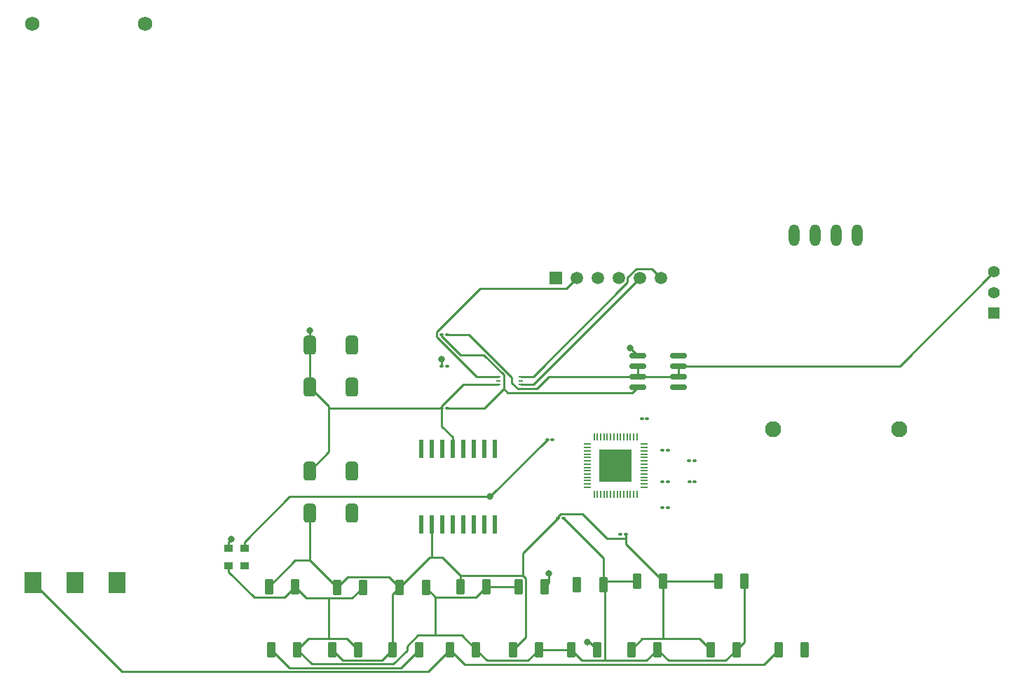
<source format=gbr>
%TF.GenerationSoftware,KiCad,Pcbnew,7.0.7*%
%TF.CreationDate,2024-06-03T23:51:36+07:00*%
%TF.ProjectId,Final Project_Group 4_Electronic Circuit 2,46696e61-6c20-4507-926f-6a6563745f47,rev?*%
%TF.SameCoordinates,Original*%
%TF.FileFunction,Copper,L1,Top*%
%TF.FilePolarity,Positive*%
%FSLAX46Y46*%
G04 Gerber Fmt 4.6, Leading zero omitted, Abs format (unit mm)*
G04 Created by KiCad (PCBNEW 7.0.7) date 2024-06-03 23:51:36*
%MOMM*%
%LPD*%
G01*
G04 APERTURE LIST*
G04 Aperture macros list*
%AMRoundRect*
0 Rectangle with rounded corners*
0 $1 Rounding radius*
0 $2 $3 $4 $5 $6 $7 $8 $9 X,Y pos of 4 corners*
0 Add a 4 corners polygon primitive as box body*
4,1,4,$2,$3,$4,$5,$6,$7,$8,$9,$2,$3,0*
0 Add four circle primitives for the rounded corners*
1,1,$1+$1,$2,$3*
1,1,$1+$1,$4,$5*
1,1,$1+$1,$6,$7*
1,1,$1+$1,$8,$9*
0 Add four rect primitives between the rounded corners*
20,1,$1+$1,$2,$3,$4,$5,0*
20,1,$1+$1,$4,$5,$6,$7,0*
20,1,$1+$1,$6,$7,$8,$9,0*
20,1,$1+$1,$8,$9,$2,$3,0*%
G04 Aperture macros list end*
%TA.AperFunction,SMDPad,CuDef*%
%ADD10R,0.809800X0.220000*%
%TD*%
%TA.AperFunction,SMDPad,CuDef*%
%ADD11R,0.220000X0.809800*%
%TD*%
%TA.AperFunction,SMDPad,CuDef*%
%ADD12R,4.000000X4.000000*%
%TD*%
%TA.AperFunction,SMDPad,CuDef*%
%ADD13RoundRect,0.250000X-0.275000X-0.700000X0.275000X-0.700000X0.275000X0.700000X-0.275000X0.700000X0*%
%TD*%
%TA.AperFunction,SMDPad,CuDef*%
%ADD14RoundRect,0.100000X-0.130000X-0.100000X0.130000X-0.100000X0.130000X0.100000X-0.130000X0.100000X0*%
%TD*%
%TA.AperFunction,SMDPad,CuDef*%
%ADD15R,1.000000X0.900000*%
%TD*%
%TA.AperFunction,ComponentPad*%
%ADD16O,1.308000X2.616000*%
%TD*%
%TA.AperFunction,SMDPad,CuDef*%
%ADD17R,0.600000X2.200000*%
%TD*%
%TA.AperFunction,SMDPad,CuDef*%
%ADD18RoundRect,0.150000X-0.825000X-0.150000X0.825000X-0.150000X0.825000X0.150000X-0.825000X0.150000X0*%
%TD*%
%TA.AperFunction,SMDPad,CuDef*%
%ADD19RoundRect,0.381000X0.381000X-0.762000X0.381000X0.762000X-0.381000X0.762000X-0.381000X-0.762000X0*%
%TD*%
%TA.AperFunction,ComponentPad*%
%ADD20C,1.950000*%
%TD*%
%TA.AperFunction,ComponentPad*%
%ADD21R,1.408000X1.408000*%
%TD*%
%TA.AperFunction,ComponentPad*%
%ADD22C,1.408000*%
%TD*%
%TA.AperFunction,SMDPad,CuDef*%
%ADD23R,2.030000X2.540000*%
%TD*%
%TA.AperFunction,ComponentPad*%
%ADD24R,1.500000X1.500000*%
%TD*%
%TA.AperFunction,ComponentPad*%
%ADD25C,1.500000*%
%TD*%
%TA.AperFunction,SMDPad,CuDef*%
%ADD26R,0.550000X0.250000*%
%TD*%
%TA.AperFunction,ComponentPad*%
%ADD27C,1.755000*%
%TD*%
%TA.AperFunction,ViaPad*%
%ADD28C,0.800000*%
%TD*%
%TA.AperFunction,Conductor*%
%ADD29C,0.250000*%
%TD*%
G04 APERTURE END LIST*
D10*
%TO.P,U1,1,VDDA@0*%
%TO.N,Net-(IC1-VCC)*%
X141334900Y-105985000D03*
%TO.P,U1,2,LNA_IN*%
%TO.N,Net-(U1-LNA_IN)*%
X141334900Y-106385000D03*
%TO.P,U1,3,VDD3P3@0*%
%TO.N,Net-(U1-VDD3P3@0)*%
X141334900Y-106785000D03*
%TO.P,U1,4,VDD3P3@1*%
X141334900Y-107185000D03*
%TO.P,U1,5,IO0*%
%TO.N,unconnected-(U1-IO0-Pad5)*%
X141334900Y-107585000D03*
%TO.P,U1,6,IO1*%
%TO.N,unconnected-(U1-IO1-Pad6)*%
X141334900Y-107985000D03*
%TO.P,U1,7,IO2*%
%TO.N,unconnected-(U1-IO2-Pad7)*%
X141334900Y-108385000D03*
%TO.P,U1,8,IO3*%
%TO.N,unconnected-(U1-IO3-Pad8)*%
X141334900Y-108785000D03*
%TO.P,U1,9,IO4*%
%TO.N,Net-(U1-IO4)*%
X141334900Y-109185000D03*
%TO.P,U1,10,IO5*%
%TO.N,Net-(U1-IO5)*%
X141334900Y-109585000D03*
%TO.P,U1,11,IO6*%
%TO.N,Net-(IC1-GND)*%
X141334900Y-109985000D03*
%TO.P,U1,12,IO7*%
X141334900Y-110385000D03*
%TO.P,U1,13,IO8*%
%TO.N,unconnected-(U1-IO8-Pad13)*%
X141334900Y-110785000D03*
%TO.P,U1,14,IO9*%
%TO.N,unconnected-(U1-IO9-Pad14)*%
X141334900Y-111185000D03*
D11*
%TO.P,U1,15,IO10*%
%TO.N,Net-(U1-IO10)*%
X142180000Y-112030100D03*
%TO.P,U1,16,IO11*%
%TO.N,Net-(IC1-SDA)*%
X142580000Y-112030100D03*
%TO.P,U1,17,IO12*%
%TO.N,Net-(IC1-SCL)*%
X142980000Y-112030100D03*
%TO.P,U1,18,IO13*%
%TO.N,Net-(IC1-GND)*%
X143380000Y-112030100D03*
%TO.P,U1,19,IO14*%
%TO.N,unconnected-(U1-IO14-Pad19)*%
X143780000Y-112030100D03*
%TO.P,U1,20,VDD3P3_RTC*%
%TO.N,Net-(IC1-VCC)*%
X144180000Y-112030100D03*
%TO.P,U1,21,XTAL_32K_P*%
%TO.N,unconnected-(U1-XTAL_32K_P-Pad21)*%
X144580000Y-112030100D03*
%TO.P,U1,22,XTAL_32K_N*%
%TO.N,unconnected-(U1-XTAL_32K_N-Pad22)*%
X144980000Y-112030100D03*
%TO.P,U1,23,DAC_1*%
%TO.N,unconnected-(U1-DAC_1-Pad23)*%
X145380000Y-112030100D03*
%TO.P,U1,24,DAC_2*%
%TO.N,Net-(U1-DAC_2)*%
X145780000Y-112030100D03*
%TO.P,U1,25,IO19*%
%TO.N,unconnected-(U1-IO19-Pad25)*%
X146180000Y-112030100D03*
%TO.P,U1,26,IO20*%
%TO.N,unconnected-(U1-IO20-Pad26)*%
X146580000Y-112030100D03*
%TO.P,U1,27,VDD3P3_RTC_IO*%
%TO.N,Net-(IC1-VCC)*%
X146980000Y-112030100D03*
%TO.P,U1,28,IO21*%
%TO.N,unconnected-(U1-IO21-Pad28)*%
X147380000Y-112030100D03*
D10*
%TO.P,U1,29,SPICS1*%
%TO.N,unconnected-(U1-SPICS1-Pad29)*%
X148225100Y-111185000D03*
%TO.P,U1,30,VDD_SPI*%
%TO.N,Net-(IC1-VCC)*%
X148225100Y-110785000D03*
%TO.P,U1,31,SPIHD*%
%TO.N,Net-(U1-SPIHD)*%
X148225100Y-110385000D03*
%TO.P,U1,32,SPIWP*%
%TO.N,Net-(U1-SPIWP)*%
X148225100Y-109985000D03*
%TO.P,U1,33,SPICS0*%
%TO.N,unconnected-(U1-SPICS0-Pad33)*%
X148225100Y-109585000D03*
%TO.P,U1,34,SPICLK*%
%TO.N,Net-(U1-SPICLK)*%
X148225100Y-109185000D03*
%TO.P,U1,35,SPIQ*%
%TO.N,Net-(U1-SPIQ)*%
X148225100Y-108785000D03*
%TO.P,U1,36,SPID*%
%TO.N,Net-(U1-SPID)*%
X148225100Y-108385000D03*
%TO.P,U1,37,IO33*%
%TO.N,unconnected-(U1-IO33-Pad37)*%
X148225100Y-107985000D03*
%TO.P,U1,38,IO34*%
%TO.N,unconnected-(U1-IO34-Pad38)*%
X148225100Y-107585000D03*
%TO.P,U1,39,IO35*%
%TO.N,unconnected-(U1-IO35-Pad39)*%
X148225100Y-107185000D03*
%TO.P,U1,40,IO36*%
%TO.N,unconnected-(U1-IO36-Pad40)*%
X148225100Y-106785000D03*
%TO.P,U1,41,IO37*%
%TO.N,unconnected-(U1-IO37-Pad41)*%
X148225100Y-106385000D03*
%TO.P,U1,42,IO38*%
%TO.N,unconnected-(U1-IO38-Pad42)*%
X148225100Y-105985000D03*
D11*
%TO.P,U1,43,MTCK*%
%TO.N,unconnected-(U1-MTCK-Pad43)*%
X147380000Y-105139900D03*
%TO.P,U1,44,MTD0*%
%TO.N,unconnected-(U1-MTD0-Pad44)*%
X146980000Y-105139900D03*
%TO.P,U1,45,VDD3P3_CPU*%
%TO.N,Net-(IC1-VCC)*%
X146580000Y-105139900D03*
%TO.P,U1,46,MTDI*%
%TO.N,unconnected-(U1-MTDI-Pad46)*%
X146180000Y-105139900D03*
%TO.P,U1,47,MTMS*%
%TO.N,unconnected-(U1-MTMS-Pad47)*%
X145780000Y-105139900D03*
%TO.P,U1,48,U0TXD*%
%TO.N,Net-(U1-U0TXD)*%
X145380000Y-105139900D03*
%TO.P,U1,49,U0RXD*%
%TO.N,unconnected-(U1-U0RXD-Pad49)*%
X144980000Y-105139900D03*
%TO.P,U1,50,IO45*%
%TO.N,unconnected-(U1-IO45-Pad50)*%
X144580000Y-105139900D03*
%TO.P,U1,51,VDDA@1*%
%TO.N,Net-(IC1-VCC)*%
X144180000Y-105139900D03*
%TO.P,U1,52,XTAL_N*%
%TO.N,Net-(U1-XTAL_N)*%
X143780000Y-105139900D03*
%TO.P,U1,53,XTAL_P*%
%TO.N,Net-(U1-XTAL_P)*%
X143380000Y-105139900D03*
%TO.P,U1,54,VDDA@2*%
%TO.N,Net-(IC1-VCC)*%
X142980000Y-105139900D03*
%TO.P,U1,55,IO46*%
%TO.N,unconnected-(U1-IO46-Pad55)*%
X142580000Y-105139900D03*
%TO.P,U1,56,CHIP_PU*%
%TO.N,unconnected-(U1-CHIP_PU-Pad56)*%
X142180000Y-105139900D03*
D12*
%TO.P,U1,57,GND@0*%
%TO.N,Net-(IC1-GND)*%
X144780000Y-108585000D03*
%TD*%
D13*
%TO.P,C12,1*%
%TO.N,Net-(IC1-VCC)*%
X110525000Y-130810000D03*
%TO.P,C12,2*%
%TO.N,Earth*%
X113675000Y-130810000D03*
%TD*%
D14*
%TO.P,R9,1*%
%TO.N,unconnected-(R9-Pad1)*%
X147955000Y-102870000D03*
%TO.P,R9,2*%
%TO.N,Net-(U1-U0TXD)*%
X148595000Y-102870000D03*
%TD*%
D13*
%TO.P,C6,1*%
%TO.N,Net-(IC1-VCC)*%
X102903000Y-123232000D03*
%TO.P,C6,2*%
%TO.N,Earth*%
X106053000Y-123232000D03*
%TD*%
D15*
%TO.P,Y1,1,OUT*%
%TO.N,Net-(U1-XTAL_N)*%
X98040000Y-118560000D03*
%TO.P,Y1,2,GND*%
%TO.N,Earth*%
X98040000Y-120660000D03*
%TO.P,Y1,3*%
%TO.N,N/C*%
X99940000Y-120660000D03*
%TO.P,Y1,4,VDD*%
%TO.N,Net-(Y1-VDD)*%
X99940000Y-118560000D03*
%TD*%
D13*
%TO.P,C7,1*%
%TO.N,Earth*%
X147345000Y-122555000D03*
%TO.P,C7,2*%
%TO.N,Net-(IC1-VCC)*%
X150495000Y-122555000D03*
%TD*%
D16*
%TO.P,U2,DATA,DATA*%
%TO.N,Net-(ResistorDHT22-Pad1)*%
X168910000Y-80689500D03*
%TO.P,U2,GND,GND*%
%TO.N,Net-(IC1-GND)*%
X173990000Y-80689500D03*
%TO.P,U2,NC,NULL*%
%TO.N,unconnected-(U2-NULL-PadNC)*%
X171450000Y-80689500D03*
%TO.P,U2,VDD,VDD*%
%TO.N,Net-(IC1-VCC)*%
X166370000Y-80689500D03*
%TD*%
D13*
%TO.P,C16,1*%
%TO.N,Earth*%
X133045000Y-123190000D03*
%TO.P,C16,2*%
%TO.N,Net-(U1-XTAL_N)*%
X136195000Y-123190000D03*
%TD*%
D14*
%TO.P,ResistorDHT22,1*%
%TO.N,Net-(ResistorDHT22-Pad1)*%
X123795000Y-96520000D03*
%TO.P,ResistorDHT22,2*%
%TO.N,Net-(U1-IO10)*%
X124435000Y-96520000D03*
%TD*%
%TO.P,R7,1*%
%TO.N,Net-(U1-SPIWP)*%
X150465000Y-113665000D03*
%TO.P,R7,2*%
%TO.N,unconnected-(R7-Pad2)*%
X151105000Y-113665000D03*
%TD*%
D13*
%TO.P,C9,1*%
%TO.N,Net-(IC1-VCC)*%
X126060000Y-123190000D03*
%TO.P,C9,2*%
%TO.N,Earth*%
X129210000Y-123190000D03*
%TD*%
D17*
%TO.P,IC1,1,32KHZ*%
%TO.N,unconnected-(IC1-32KHZ-Pad1)*%
X121285000Y-115725000D03*
%TO.P,IC1,2,VCC*%
%TO.N,Net-(IC1-VCC)*%
X122555000Y-115725000D03*
%TO.P,IC1,3,SQW/INT*%
%TO.N,unconnected-(IC1-SQW{slash}INT-Pad3)*%
X123825000Y-115725000D03*
%TO.P,IC1,4,/RST*%
%TO.N,unconnected-(IC1-{slash}RST-Pad4)*%
X125095000Y-115725000D03*
%TO.P,IC1,5,NC*%
%TO.N,unconnected-(IC1-NC-Pad5)*%
X126365000Y-115725000D03*
%TO.P,IC1,6,NC1*%
%TO.N,unconnected-(IC1-NC1-Pad6)*%
X127635000Y-115725000D03*
%TO.P,IC1,7,NC2*%
%TO.N,unconnected-(IC1-NC2-Pad7)*%
X128905000Y-115725000D03*
%TO.P,IC1,8,NC3*%
%TO.N,unconnected-(IC1-NC3-Pad8)*%
X130175000Y-115725000D03*
%TO.P,IC1,9,NC4*%
%TO.N,unconnected-(IC1-NC4-Pad9)*%
X130175000Y-106525000D03*
%TO.P,IC1,10,NC5*%
%TO.N,unconnected-(IC1-NC5-Pad10)*%
X128905000Y-106525000D03*
%TO.P,IC1,11,NC6*%
%TO.N,unconnected-(IC1-NC6-Pad11)*%
X127635000Y-106525000D03*
%TO.P,IC1,12,NC7*%
%TO.N,unconnected-(IC1-NC7-Pad12)*%
X126365000Y-106525000D03*
%TO.P,IC1,13,GND*%
%TO.N,Net-(IC1-GND)*%
X125095000Y-106525000D03*
%TO.P,IC1,14,VBAT*%
%TO.N,unconnected-(IC1-VBAT-Pad14)*%
X123825000Y-106525000D03*
%TO.P,IC1,15,SDA*%
%TO.N,Net-(IC1-SDA)*%
X122555000Y-106525000D03*
%TO.P,IC1,16,SCL*%
%TO.N,Net-(IC1-SCL)*%
X121285000Y-106525000D03*
%TD*%
D13*
%TO.P,C2,1*%
%TO.N,Net-(C2-Pad1)*%
X124790000Y-130810000D03*
%TO.P,C2,2*%
%TO.N,Earth*%
X127940000Y-130810000D03*
%TD*%
D14*
%TO.P,R6,1*%
%TO.N,Net-(U1-SPICLK)*%
X153695000Y-110490000D03*
%TO.P,R6,2*%
%TO.N,unconnected-(R6-Pad2)*%
X154335000Y-110490000D03*
%TD*%
D13*
%TO.P,C3,1*%
%TO.N,Net-(IC1-VCC)*%
X118725500Y-123319500D03*
%TO.P,C3,2*%
%TO.N,Earth*%
X121875500Y-123319500D03*
%TD*%
%TO.P,C14,1*%
%TO.N,Net-(IC1-VCC)*%
X157175000Y-122555000D03*
%TO.P,C14,2*%
%TO.N,Earth*%
X160325000Y-122555000D03*
%TD*%
%TO.P,C11,1*%
%TO.N,Net-(IC1-VCC)*%
X156239500Y-130810000D03*
%TO.P,C11,2*%
%TO.N,Earth*%
X159389500Y-130810000D03*
%TD*%
%TO.P,C15,1*%
%TO.N,Earth*%
X139395000Y-130810000D03*
%TO.P,C15,2*%
%TO.N,Net-(Y1-VDD)*%
X142545000Y-130810000D03*
%TD*%
%TO.P,C1,1*%
%TO.N,Net-(U1-LNA_IN)*%
X140139000Y-122994000D03*
%TO.P,C1,2*%
%TO.N,Earth*%
X143289000Y-122994000D03*
%TD*%
D14*
%TO.P,R3,1*%
%TO.N,Net-(U1-DAC_2)*%
X145385000Y-116840000D03*
%TO.P,R3,2*%
%TO.N,Net-(IC1-VCC)*%
X146025000Y-116840000D03*
%TD*%
D13*
%TO.P,C8,1*%
%TO.N,Net-(IC1-VCC)*%
X132375000Y-130810000D03*
%TO.P,C8,2*%
%TO.N,Earth*%
X135525000Y-130810000D03*
%TD*%
%TO.P,C13,1*%
%TO.N,Net-(IC1-VCC)*%
X111118000Y-123293000D03*
%TO.P,C13,2*%
%TO.N,Earth*%
X114268000Y-123293000D03*
%TD*%
D14*
%TO.P,R4,1*%
%TO.N,Net-(U1-SPID)*%
X153665000Y-107950000D03*
%TO.P,R4,2*%
%TO.N,unconnected-(R4-Pad2)*%
X154305000Y-107950000D03*
%TD*%
D13*
%TO.P,L2,1,1*%
%TO.N,Net-(IC1-VCC)*%
X117875000Y-130810000D03*
%TO.P,L2,2,2*%
%TO.N,Net-(U1-VDD3P3@0)*%
X121025000Y-130810000D03*
%TD*%
D18*
%TO.P,U4,1,VI*%
%TO.N,Net-(U4-VI)*%
X147450000Y-95250000D03*
%TO.P,U4,2,VO*%
%TO.N,Net-(R1-Pad2)*%
X147450000Y-96520000D03*
%TO.P,U4,3,VO*%
X147450000Y-97790000D03*
%TO.P,U4,4,ADJ*%
%TO.N,Net-(U4-ADJ)*%
X147450000Y-99060000D03*
%TO.P,U4,5,NC*%
%TO.N,unconnected-(U4-NC-Pad5)*%
X152400000Y-99060000D03*
%TO.P,U4,6,VO*%
%TO.N,Net-(R1-Pad2)*%
X152400000Y-97790000D03*
%TO.P,U4,7,VO*%
X152400000Y-96520000D03*
%TO.P,U4,8,NC*%
%TO.N,unconnected-(U4-NC-Pad8)*%
X152400000Y-95250000D03*
%TD*%
D19*
%TO.P,M1,1,VCC*%
%TO.N,unconnected-(M1-VCC-Pad1)*%
X112930000Y-114300000D03*
%TO.P,M1,2,YL-83_(rain_sensor)*%
%TO.N,unconnected-(M1-YL-83_(rain_sensor)-Pad2)*%
X112930000Y-109220000D03*
%TO.P,M1,3,YL-83_(rain_sensor)*%
%TO.N,unconnected-(M1-YL-83_(rain_sensor)-Pad3)*%
X112930000Y-99060000D03*
%TO.P,M1,4,GND*%
%TO.N,unconnected-(M1-GND-Pad4)*%
X112930000Y-93980000D03*
%TO.P,M1,5,Vcc*%
%TO.N,Net-(IC1-VCC)*%
X107850000Y-114300000D03*
%TO.P,M1,6,D0*%
%TO.N,Net-(IC1-GND)*%
X107850000Y-109220000D03*
%TO.P,M1,7,A0*%
X107850000Y-99060000D03*
%TO.P,M1,8,GND*%
X107850000Y-93980000D03*
%TD*%
D14*
%TO.P,C10,1*%
%TO.N,Net-(IC1-VCC)*%
X137820000Y-114935000D03*
%TO.P,C10,2*%
%TO.N,Earth*%
X138460000Y-114935000D03*
%TD*%
%TO.P,R1,1*%
%TO.N,Net-(U4-ADJ)*%
X123795000Y-92710000D03*
%TO.P,R1,2*%
%TO.N,Net-(R1-Pad2)*%
X124435000Y-92710000D03*
%TD*%
D20*
%TO.P,LS1,1*%
%TO.N,Net-(IC1-GND)*%
X163850000Y-104140000D03*
%TO.P,LS1,2*%
X179050000Y-104140000D03*
%TD*%
D14*
%TO.P,R10,1*%
%TO.N,Net-(Y1-VDD)*%
X136525000Y-105410000D03*
%TO.P,R10,2*%
%TO.N,Net-(U1-XTAL_P)*%
X137165000Y-105410000D03*
%TD*%
D21*
%TO.P,S1,1*%
%TO.N,Net-(IC1-GND)*%
X190500000Y-90130000D03*
D22*
%TO.P,S1,2*%
%TO.N,Net-(IC1-VCC)*%
X190500000Y-87630000D03*
%TO.P,S1,3*%
%TO.N,Net-(R1-Pad2)*%
X190500000Y-85130000D03*
%TD*%
D13*
%TO.P,C5,1*%
%TO.N,Net-(U1-VDD3P3@0)*%
X103175000Y-130810000D03*
%TO.P,C5,2*%
%TO.N,Earth*%
X106325000Y-130810000D03*
%TD*%
D23*
%TO.P,E1,1*%
%TO.N,Net-(C2-Pad1)*%
X74385000Y-122680000D03*
%TO.P,E1,2*%
%TO.N,Net-(E1-Pad2)*%
X79465000Y-122680000D03*
%TO.P,E1,3*%
X84545000Y-122680000D03*
%TD*%
D24*
%TO.P,U5,1,VSS*%
%TO.N,Net-(IC1-GND)*%
X137545000Y-85907500D03*
D25*
%TO.P,U5,2,VDD*%
%TO.N,Net-(IC1-VCC)*%
X140085000Y-85907500D03*
%TO.P,U5,3,VLCD*%
%TO.N,unconnected-(U5-VLCD-Pad3)*%
X142625000Y-85907500D03*
%TO.P,U5,4,V0*%
%TO.N,unconnected-(U5-V0-Pad4)*%
X145165000Y-85907500D03*
%TO.P,U5,5,SDA*%
%TO.N,Net-(U1-IO4)*%
X147705000Y-85907500D03*
%TO.P,U5,6,SCL*%
%TO.N,Net-(U1-IO5)*%
X150245000Y-85907500D03*
%TD*%
D13*
%TO.P,L1,1,1*%
%TO.N,Net-(C2-Pad1)*%
X164490000Y-130810000D03*
%TO.P,L1,2,2*%
%TO.N,Net-(U1-LNA_IN)*%
X167640000Y-130810000D03*
%TD*%
D14*
%TO.P,R8,1*%
%TO.N,Net-(U1-SPIHD)*%
X150465000Y-110490000D03*
%TO.P,R8,2*%
%TO.N,unconnected-(R8-Pad2)*%
X151105000Y-110490000D03*
%TD*%
D26*
%TO.P,U3,1,VCC*%
%TO.N,Net-(IC1-VCC)*%
X130600000Y-97790000D03*
%TO.P,U3,2,ADDR*%
%TO.N,unconnected-(U3-ADDR-Pad2)*%
X130600000Y-98290000D03*
%TO.P,U3,3,GND*%
%TO.N,Net-(IC1-GND)*%
X130600000Y-98790000D03*
%TO.P,U3,4,SDA*%
%TO.N,Net-(U1-IO4)*%
X133350000Y-98790000D03*
%TO.P,U3,5,DVI*%
%TO.N,unconnected-(U3-DVI-Pad5)*%
X133350000Y-98290000D03*
%TO.P,U3,6,SCL*%
%TO.N,Net-(U1-IO5)*%
X133350000Y-97790000D03*
%TD*%
D14*
%TO.P,R5,1*%
%TO.N,Net-(U1-SPIQ)*%
X150465000Y-106680000D03*
%TO.P,R5,2*%
%TO.N,unconnected-(R5-Pad2)*%
X151105000Y-106680000D03*
%TD*%
D13*
%TO.P,C4,1*%
%TO.N,Net-(IC1-VCC)*%
X146678500Y-130803500D03*
%TO.P,C4,2*%
%TO.N,Earth*%
X149828500Y-130803500D03*
%TD*%
D27*
%TO.P,BT1,+*%
%TO.N,Net-(U4-VI)*%
X87910000Y-55120000D03*
%TO.P,BT1,-*%
%TO.N,Net-(IC1-GND)*%
X74320000Y-55120000D03*
%TD*%
D14*
%TO.P,R2,1*%
%TO.N,Net-(IC1-GND)*%
X123795000Y-101600000D03*
%TO.P,R2,2*%
%TO.N,Net-(U4-ADJ)*%
X124435000Y-101600000D03*
%TD*%
D28*
%TO.N,Net-(U4-VI)*%
X146530900Y-94330900D03*
%TO.N,Net-(IC1-GND)*%
X107850000Y-92217500D03*
%TO.N,Net-(Y1-VDD)*%
X129610200Y-112324800D03*
X141415200Y-129914200D03*
%TO.N,Net-(U1-XTAL_N)*%
X136701700Y-121627800D03*
X98335900Y-117487200D03*
%TO.N,Net-(ResistorDHT22-Pad1)*%
X123795000Y-95716400D03*
%TD*%
D29*
%TO.N,Net-(U4-VI)*%
X147450000Y-95250000D02*
X146530900Y-94330900D01*
%TO.N,Net-(IC1-GND)*%
X125095000Y-105211500D02*
X125095000Y-105099600D01*
X125095000Y-105099600D02*
X125095000Y-105098100D01*
X110164100Y-101600000D02*
X110164100Y-101374100D01*
X110164100Y-101374100D02*
X107850000Y-99060000D01*
X107850000Y-109220000D02*
X110164100Y-106905900D01*
X123795000Y-103798100D02*
X123795000Y-101600000D01*
X110164100Y-101600000D02*
X123795000Y-101600000D01*
X126379100Y-98790000D02*
X123795000Y-101374100D01*
X130600000Y-98790000D02*
X126379100Y-98790000D01*
X110164100Y-106905900D02*
X110164100Y-101600000D01*
X123795000Y-101374100D02*
X123795000Y-101600000D01*
X125095000Y-106525000D02*
X125095000Y-105211500D01*
X107850000Y-99060000D02*
X107850000Y-93980000D01*
X107850000Y-93980000D02*
X107850000Y-92217500D01*
X125095000Y-105098100D02*
X123795000Y-103798100D01*
%TO.N,Net-(IC1-VCC)*%
X117875000Y-130810000D02*
X117875000Y-124170000D01*
X107850000Y-114300000D02*
X107850000Y-120025000D01*
X123881900Y-119685000D02*
X126060000Y-121863100D01*
X126060000Y-121863100D02*
X133590800Y-121863100D01*
X116590000Y-132095000D02*
X111810000Y-132095000D01*
X133590800Y-119164200D02*
X137820000Y-114935000D01*
X118725500Y-123319500D02*
X122360000Y-119685000D01*
X146678500Y-130803500D02*
X147980900Y-129501100D01*
X128422200Y-87189400D02*
X138803100Y-87189400D01*
X150495000Y-122555000D02*
X146025000Y-118085000D01*
X123184200Y-92427400D02*
X128422200Y-87189400D01*
X150495000Y-129501100D02*
X154930600Y-129501100D01*
X122555000Y-119685000D02*
X123881900Y-119685000D01*
X117875000Y-124170000D02*
X118725500Y-123319500D01*
X133590800Y-121863100D02*
X133590800Y-119164200D01*
X137820000Y-114719200D02*
X137820000Y-114935000D01*
X154930600Y-129501100D02*
X156239500Y-130810000D01*
X123184200Y-92959000D02*
X123184200Y-92427400D01*
X157175000Y-122555000D02*
X150495000Y-122555000D01*
X111810000Y-132095000D02*
X110525000Y-130810000D01*
X147980900Y-129501100D02*
X150495000Y-129501100D01*
X130600000Y-97790000D02*
X128015200Y-97790000D01*
X146025000Y-117384700D02*
X146025000Y-116840000D01*
X146025000Y-118085000D02*
X146025000Y-117384700D01*
X112415800Y-121995200D02*
X111118000Y-123293000D01*
X117401200Y-121995200D02*
X112415800Y-121995200D01*
X122360000Y-119685000D02*
X122555000Y-119685000D01*
X102903000Y-123232000D02*
X106110000Y-120025000D01*
X138803100Y-87189400D02*
X140085000Y-85907500D01*
X138155000Y-114384200D02*
X137820000Y-114719200D01*
X133902000Y-129283000D02*
X132375000Y-130810000D01*
X118725500Y-123319500D02*
X117401200Y-121995200D01*
X146025000Y-117384700D02*
X143777000Y-117384700D01*
X133902000Y-122174300D02*
X133902000Y-129283000D01*
X107850000Y-120025000D02*
X111118000Y-123293000D01*
X122555000Y-115725000D02*
X122555000Y-119685000D01*
X128015200Y-97790000D02*
X123184200Y-92959000D01*
X126060000Y-121863100D02*
X126060000Y-123190000D01*
X117875000Y-130810000D02*
X116590000Y-132095000D01*
X143777000Y-117384700D02*
X140776500Y-114384200D01*
X106110000Y-120025000D02*
X107850000Y-120025000D01*
X150495000Y-129501100D02*
X150495000Y-122555000D01*
X133590800Y-121863100D02*
X133902000Y-122174300D01*
X140776500Y-114384200D02*
X138155000Y-114384200D01*
%TO.N,Net-(R1-Pad2)*%
X190500000Y-85130000D02*
X179110000Y-96520000D01*
X152400000Y-96520000D02*
X152400000Y-97790000D01*
X132229000Y-97901300D02*
X127037700Y-92710000D01*
X152400000Y-97790000D02*
X147450000Y-97790000D01*
X147450000Y-97790000D02*
X136753900Y-97790000D01*
X179110000Y-96520000D02*
X152400000Y-96520000D01*
X127037700Y-92710000D02*
X124435000Y-92710000D01*
X132974700Y-99298100D02*
X132229000Y-98552400D01*
X135245800Y-99298100D02*
X132974700Y-99298100D01*
X136753900Y-97790000D02*
X135245800Y-99298100D01*
X132229000Y-98552400D02*
X132229000Y-97901300D01*
X147450000Y-97790000D02*
X147450000Y-96520000D01*
%TO.N,Earth*%
X134196500Y-132138500D02*
X129268500Y-132138500D01*
X149828500Y-130803500D02*
X148494500Y-132137500D01*
X135525000Y-130810000D02*
X134196500Y-132138500D01*
X140722500Y-132137500D02*
X139395000Y-130810000D01*
X121875500Y-123319500D02*
X123037800Y-124481800D01*
X129210000Y-123190000D02*
X133045000Y-123190000D01*
X110108500Y-124599900D02*
X107420900Y-124599900D01*
X135525000Y-130810000D02*
X139395000Y-130810000D01*
X158057400Y-132142100D02*
X151167100Y-132142100D01*
X123037800Y-129072400D02*
X120888600Y-129072400D01*
X143289000Y-122555000D02*
X143289000Y-122994000D01*
X123037800Y-124481800D02*
X127918200Y-124481800D01*
X160325000Y-129874500D02*
X159389500Y-130810000D01*
X112360600Y-129495600D02*
X113675000Y-130810000D01*
X159389500Y-130810000D02*
X158057400Y-132142100D01*
X119576900Y-130900200D02*
X117920300Y-132556800D01*
X98040000Y-121436900D02*
X101116200Y-124513100D01*
X110108500Y-129495600D02*
X112360600Y-129495600D01*
X107420900Y-124599900D02*
X106053000Y-123232000D01*
X114268000Y-123293000D02*
X112961100Y-124599900D01*
X123037800Y-129072400D02*
X123037800Y-124481800D01*
X143454300Y-123159300D02*
X143289000Y-122994000D01*
X143454300Y-132137500D02*
X143454300Y-123159300D01*
X143454300Y-132137500D02*
X140722500Y-132137500D01*
X129268500Y-132138500D02*
X127940000Y-130810000D01*
X120888600Y-129072400D02*
X119576900Y-130384100D01*
X117920300Y-132556800D02*
X108071800Y-132556800D01*
X104771900Y-124513100D02*
X106053000Y-123232000D01*
X107639400Y-129495600D02*
X110108500Y-129495600D01*
X127940000Y-130810000D02*
X126202400Y-129072400D01*
X143289000Y-122555000D02*
X147345000Y-122555000D01*
X101116200Y-124513100D02*
X104771900Y-124513100D01*
X106325000Y-130810000D02*
X107639400Y-129495600D01*
X151167100Y-132142100D02*
X149828500Y-130803500D01*
X110108500Y-129495600D02*
X110108500Y-124599900D01*
X127918200Y-124481800D02*
X129210000Y-123190000D01*
X108071800Y-132556800D02*
X106325000Y-130810000D01*
X148494500Y-132137500D02*
X143454300Y-132137500D01*
X119576900Y-130384100D02*
X119576900Y-130900200D01*
X160325000Y-122555000D02*
X160325000Y-129874500D01*
X112961100Y-124599900D02*
X110108500Y-124599900D01*
X143289000Y-119764000D02*
X143289000Y-122555000D01*
X138460000Y-114935000D02*
X143289000Y-119764000D01*
X98040000Y-120660000D02*
X98040000Y-121436900D01*
X126202400Y-129072400D02*
X123037800Y-129072400D01*
%TO.N,Net-(C2-Pad1)*%
X126585300Y-132605300D02*
X162694700Y-132605300D01*
X124790000Y-130810000D02*
X126585300Y-132605300D01*
X122129500Y-133470500D02*
X124790000Y-130810000D01*
X85175500Y-133470500D02*
X122129500Y-133470500D01*
X74385000Y-122680000D02*
X85175500Y-133470500D01*
X162694700Y-132605300D02*
X164490000Y-130810000D01*
%TO.N,Net-(U1-VDD3P3@0)*%
X105383600Y-133018600D02*
X118816400Y-133018600D01*
X118816400Y-133018600D02*
X121025000Y-130810000D01*
X103175000Y-130810000D02*
X105383600Y-133018600D01*
%TO.N,Net-(Y1-VDD)*%
X105398300Y-112324800D02*
X129610200Y-112324800D01*
X141415200Y-129914200D02*
X141649200Y-129914200D01*
X141649200Y-129914200D02*
X142545000Y-130810000D01*
X99940000Y-117783100D02*
X105398300Y-112324800D01*
X99940000Y-118560000D02*
X99940000Y-117783100D01*
X136525000Y-105410000D02*
X129610200Y-112324800D01*
%TO.N,Net-(U1-XTAL_N)*%
X98335900Y-117487200D02*
X98040000Y-117783100D01*
X136195000Y-123190000D02*
X136701700Y-122683300D01*
X136701700Y-122683300D02*
X136701700Y-121627800D01*
X98040000Y-118560000D02*
X98040000Y-117783100D01*
%TO.N,Net-(ResistorDHT22-Pad1)*%
X123795000Y-95716400D02*
X123795000Y-96520000D01*
%TO.N,Net-(U4-ADJ)*%
X131257900Y-97585600D02*
X131257900Y-99298100D01*
X131257900Y-99298100D02*
X131709800Y-99750000D01*
X146760000Y-99750000D02*
X147450000Y-99060000D01*
X123795000Y-92916400D02*
X126071500Y-95192900D01*
X124435000Y-101600000D02*
X128956000Y-101600000D01*
X128956000Y-101600000D02*
X131257900Y-99298100D01*
X126071500Y-95192900D02*
X128865200Y-95192900D01*
X123795000Y-92710000D02*
X123795000Y-92916400D01*
X128865200Y-95192900D02*
X131257900Y-97585600D01*
X131709800Y-99750000D02*
X146760000Y-99750000D01*
%TO.N,Net-(U1-IO4)*%
X147705000Y-85907500D02*
X134822500Y-98790000D01*
X134822500Y-98790000D02*
X133350000Y-98790000D01*
%TO.N,Net-(U1-IO5)*%
X147280700Y-84790800D02*
X146241900Y-85829600D01*
X149128300Y-84790800D02*
X147280700Y-84790800D01*
X134816200Y-97790000D02*
X133350000Y-97790000D01*
X150245000Y-85907500D02*
X149128300Y-84790800D01*
X146241900Y-85829600D02*
X146241900Y-86364300D01*
X146241900Y-86364300D02*
X134816200Y-97790000D01*
%TD*%
M02*

</source>
